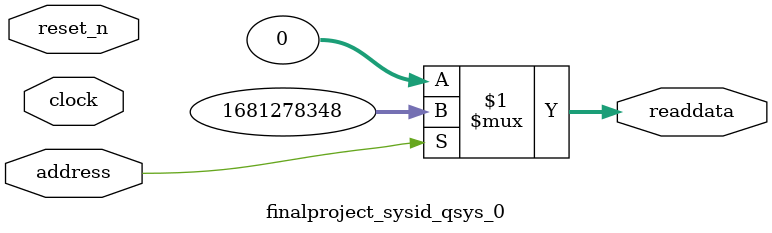
<source format=v>



// synthesis translate_off
`timescale 1ns / 1ps
// synthesis translate_on

// turn off superfluous verilog processor warnings 
// altera message_level Level1 
// altera message_off 10034 10035 10036 10037 10230 10240 10030 

module finalproject_sysid_qsys_0 (
               // inputs:
                address,
                clock,
                reset_n,

               // outputs:
                readdata
             )
;

  output  [ 31: 0] readdata;
  input            address;
  input            clock;
  input            reset_n;

  wire    [ 31: 0] readdata;
  //control_slave, which is an e_avalon_slave
  assign readdata = address ? 1681278348 : 0;

endmodule



</source>
